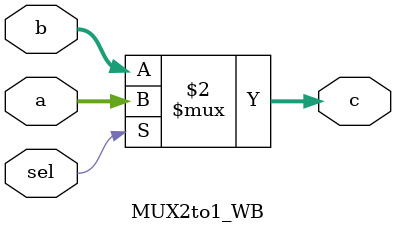
<source format=v>
module MUX2to1_WB(
    input [31:0] a,
    input [31:0] b,
    input sel,
    output [31:0] c
);
    assign c = (sel == 1'b1) ? a : b;
endmodule

</source>
